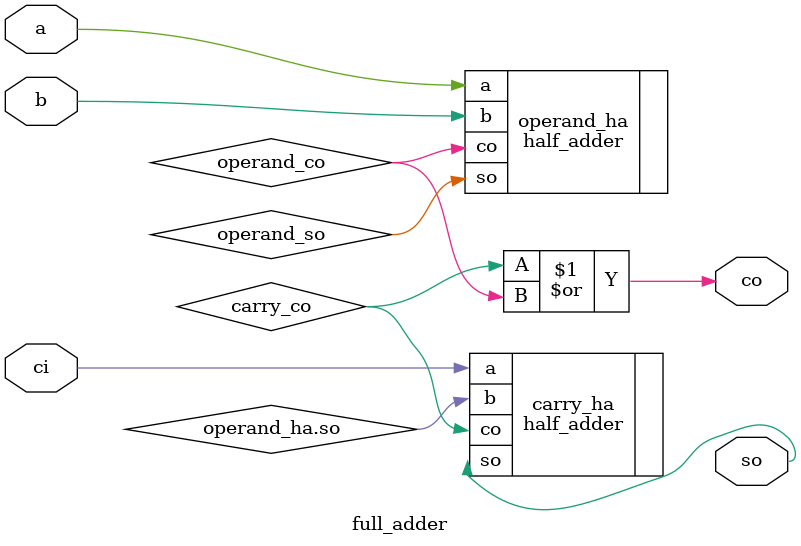
<source format=v>
`include "ha.v"

module full_adder(a, b, ci, so, co);
    input a, b, ci;
    output so, co;

    wire operand_so, operand_co;
    half_adder operand_ha(.a(a), .b(b), .so(operand_so), .co(operand_co));

    wire carry_co;
    half_adder carry_ha(.a(ci), .b(operand_ha.so), .so(so), .co(carry_co));

    assign co = carry_co | operand_co;
endmodule

</source>
